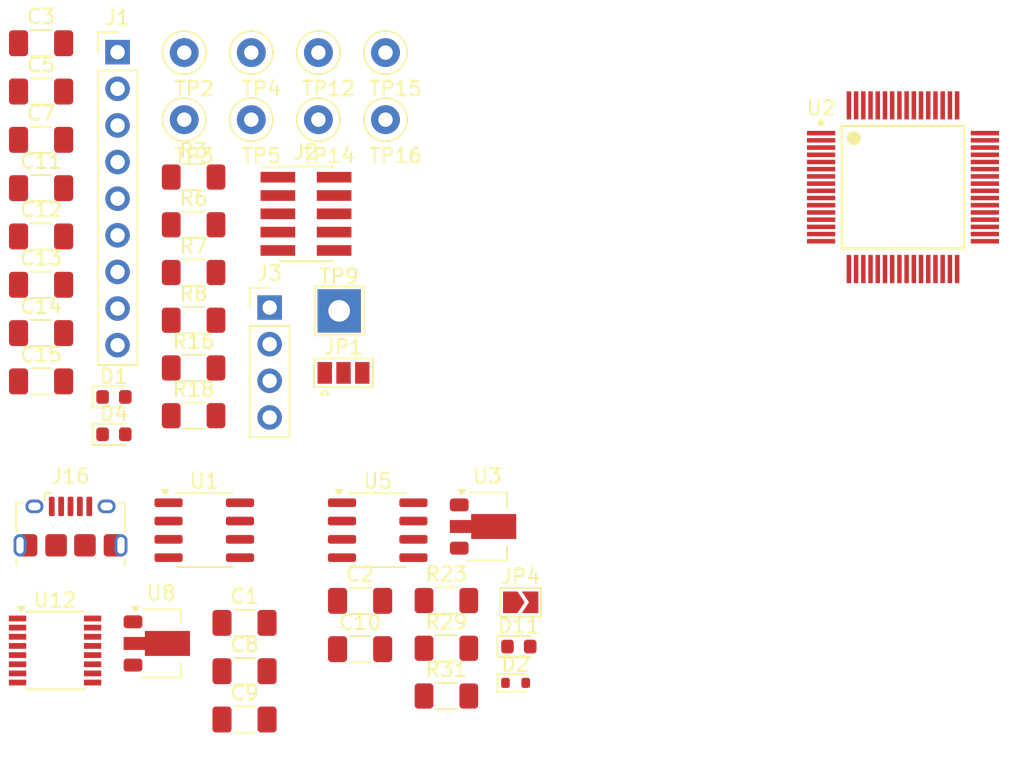
<source format=kicad_pcb>
(kicad_pcb (version 20241229) (generator "pcbnew") (generator_version "9.0")
  (layers (0 "F.Cu" signal) (2 "B.Cu" signal) (13 "F.Paste" user) (15 "B.Paste" user) (5 "F.SilkS" user "F.Silkscreen") (7 "B.SilkS" user "B.Silkscreen") (1 "F.Mask" user) (3 "B.Mask" user) (25 "Edge.Cuts" user))
  (net 0 "")
  (net 1 "Net-(J16-VBUS)")
  (net 2 "Net-(J16-GND)")
  (net 3 "Net-(JP4-A)")
  (net 4 "/GLV CAN TRX/-GLV")
  (net 5 "RST_N")
  (net 6 "GND")
  (net 7 "Net-(U2-VCORE)")
  (net 8 "VDD")
  (net 9 "Net-(U1-VCC1)")
  (net 10 "Net-(D2-K)")
  (net 11 "Net-(D1-A)")
  (net 12 "/GLV CAN TRX/CAN_VDD")
  (net 13 "Net-(D4-A)")
  (net 14 "Net-(D11-A)")
  (net 15 "/XDS_3v_supply")
  (net 16 "PA10_UART0-TX_XDS")
  (net 18 "PA19_SWDIO")
  (net 19 "PA20_SWCLK")
  (net 20 "PA11_UART0-RX_XDS")
  (net 21 "/XDS_5v_supply")
  (net 22 "/XDS_TDO_SWO")
  (net 23 "/XDS_TDI")
  (net 24 "/GLV CAN TRX/CAN_H")
  (net 25 "/GLV CAN TRX/CAN_L")
  (net 28 "Net-(J16-D-)")
  (net 35 "Net-(J16-D+)")
  (net 37 "onboard 3.3v src")
  (net 38 "/GLV CAN TRX/5v")
  (net 39 "PA14")
  (net 40 "Net-(U2-PA2_ROSC)")
  (net 41 "PA15_I2C1_SCL")
  (net 42 "PA16_I2C1_SDA")
  (net 43 "Net-(U10-STBY)")
  (net 44 "Net-(U10-TXD)")
  (net 45 "Net-(U2-PB12)")
  (net 46 "Net-(U1-INB)")
  (net 47 "Net-(U1-OUTA)")
  (net 48 "PA12_CAN_TX")
  (net 49 "PA13_CAN_RX")
  (net 50 "Net-(U10-RXD)")
  (net 61 "PA18")
  (net 79 "PA8_UART0-RTS")
  (net 80 "PA21_A1_7_VREF-")
  (net 88 "PA9_UART0-CTS")
  (footprint "Resistor_SMD:R_1206_3216Metric_Pad1.30x1.75mm_HandSolder" (layer "F.Cu") (at 64.905 73)
    (property "Reference" "R29" (at 0 -1.83 0) (layer "F.SilkS"))
    (property "Value" "4.99k")
    (fp_line (start -0.727064 -0.91) (end 0.727064 -0.91) (stroke (width 0.12)) (layer "F.SilkS"))
    (fp_line (start -0.727064 0.91) (end 0.727064 0.91) (stroke (width 0.12)) (layer "F.SilkS"))
    (pad "1" smd roundrect (at -1.55 0) (size 1.3 1.75) (layers "F.Cu" "F.Mask" "F.Paste") (roundrect_rratio 0.192308) (net 44 "Net-(U10-TXD)"))
    (pad "2" smd roundrect (at 1.55 0) (size 1.3 1.75) (layers "F.Cu" "F.Mask" "F.Paste") (roundrect_rratio 0.192308) (net 4 "/GLV CAN TRX/-GLV"))
  )
  (footprint "Capacitor_SMD:C_1206_3216Metric_Pad1.33x1.80mm_HandSolder" (layer "F.Cu") (at 50.915 71.24)
    (property "Reference" "C1" (at 0 -1.85 0) (layer "F.SilkS"))
    (property "Value" "10u")
    (fp_line (start -0.711252 -0.91) (end 0.711252 -0.91) (stroke (width 0.12)) (layer "F.SilkS"))
    (fp_line (start -0.711252 0.91) (end 0.711252 0.91) (stroke (width 0.12)) (layer "F.SilkS"))
    (pad "1" smd roundrect (at -1.5625 0) (size 1.325 1.8) (layers "F.Cu" "F.Mask" "F.Paste") (roundrect_rratio 0.188679) (net 1 "Net-(J16-VBUS)"))
    (pad "2" smd roundrect (at 1.5625 0) (size 1.325 1.8) (layers "F.Cu" "F.Mask" "F.Paste") (roundrect_rratio 0.188679) (net 2 "Net-(J16-GND)"))
  )
  (footprint "Resistor_SMD:R_1206_3216Metric_Pad1.30x1.75mm_HandSolder" (layer "F.Cu") (at 47.385 53.56)
    (property "Reference" "R16" (at 0 -1.83 0) (layer "F.SilkS"))
    (property "Value" "4.99k")
    (fp_line (start -0.727064 -0.91) (end 0.727064 -0.91) (stroke (width 0.12)) (layer "F.SilkS"))
    (fp_line (start -0.727064 0.91) (end 0.727064 0.91) (stroke (width 0.12)) (layer "F.SilkS"))
    (pad "1" smd roundrect (at -1.55 0) (size 1.3 1.75) (layers "F.Cu" "F.Mask" "F.Paste") (roundrect_rratio 0.192308) (net 41 "PA15_I2C1_SCL"))
    (pad "2" smd roundrect (at 1.55 0) (size 1.3 1.75) (layers "F.Cu" "F.Mask" "F.Paste") (roundrect_rratio 0.192308) (net 8 "VDD"))
  )
  (footprint "TestPoint:TestPoint_Loop_D2.50mm_Drill1.0mm_LowProfile" (layer "F.Cu") (at 60.685 31.69)
    (property "Reference" "TP15" (at 0.7 2.5 0) (layer "F.SilkS"))
    (property "Value" "TestPoint")
    (fp_circle (center 0 0) (end 1.5 0) (stroke (width 0.12)) (fill no) (layer "F.SilkS"))
    (pad "1" thru_hole circle (at 0 0) (size 2 2) (drill 1) (layers "*.Cu" "*.Mask") (net 6 "GND"))
  )
  (footprint "Jumper:SolderJumper-2_P1.3mm_Open_TrianglePad1.0x1.5mm" (layer "F.Cu") (at 70.055 69.81)
    (property "Reference" "JP4" (at 0 -1.8 0) (layer "F.SilkS"))
    (property "Value" "SolderJumper_2_Open")
    (fp_line (start -1.4 -1) (end 1.4 -1) (stroke (width 0.12)) (layer "F.SilkS"))
    (fp_line (start -1.4 1) (end -1.4 -1) (stroke (width 0.12)) (layer "F.SilkS"))
    (fp_line (start 1.4 -1) (end 1.4 1) (stroke (width 0.12)) (layer "F.SilkS"))
    (fp_line (start 1.4 1) (end -1.4 1) (stroke (width 0.12)) (layer "F.SilkS"))
    (pad "1" smd custom (at -0.725 0) (size 0.3 0.3) (layers "F.Cu" "F.Mask") (net 3 "Net-(JP4-A)") (options (clearance outline) (anchor rect)) (primitives (gr_poly (pts (xy 1 0) (xy 0.5 0.75) (xy -0.5 0.75) (xy -0.5 -0.75) (xy 0.5 -0.75)) (width 0) (fill yes))))
    (pad "2" smd custom (at 0.725 0) (size 0.3 0.3) (layers "F.Cu" "F.Mask") (net 38 "/GLV CAN TRX/5v") (options (clearance outline) (anchor rect)) (primitives (gr_poly (pts (xy 0.5 0.75) (xy -0.65 0.75) (xy -0.15 0) (xy -0.65 -0.75) (xy 0.5 -0.75)) (width 0) (fill yes))))
  )
  (footprint "Connector_PinHeader_1.27mm:PinHeader_2x05_P1.27mm_Vertical_SMD" (layer "F.Cu") (at 55.175 42.87)
    (property "Reference" "J2" (at 0 -4.285 0) (layer "F.SilkS"))
    (property "Value" "Conn_02x05_Odd_Even")
    (fp_line (start -3.09 -3.22) (end -1.815 -3.22) (stroke (width 0.12)) (layer "F.SilkS"))
    (fp_line (start -1.815 -3.285) (end -1.815 -3.22) (stroke (width 0.12)) (layer "F.SilkS"))
    (fp_line (start -1.815 -3.285) (end 1.815 -3.285) (stroke (width 0.12)) (layer "F.SilkS"))
    (fp_line (start -1.815 3.22) (end -1.815 3.285) (stroke (width 0.12)) (layer "F.SilkS"))
    (fp_line (start -1.815 3.285) (end 1.815 3.285) (stroke (width 0.12)) (layer "F.SilkS"))
    (fp_line (start 1.815 -3.285) (end 1.815 -3.22) (stroke (width 0.12)) (layer "F.SilkS"))
    (fp_line (start 1.815 3.22) (end 1.815 3.285) (stroke (width 0.12)) (layer "F.SilkS"))
    (pad "1" smd rect (at -1.95 -2.54) (size 2.4 0.74) (layers "F.Cu" "F.Mask" "F.Paste") (net 15 "/XDS_3v_supply"))
    (pad "2" smd rect (at 1.95 -2.54) (size 2.4 0.74) (layers "F.Cu" "F.Mask" "F.Paste") (net 18 "PA19_SWDIO"))
    (pad "3" smd rect (at -1.95 -1.27) (size 2.4 0.74) (layers "F.Cu" "F.Mask" "F.Paste") (net 6 "GND"))
    (pad "4" smd rect (at 1.95 -1.27) (size 2.4 0.74) (layers "F.Cu" "F.Mask" "F.Paste") (net 19 "PA20_SWCLK"))
    (pad "5" smd rect (at -1.95 0) (size 2.4 0.74) (layers "F.Cu" "F.Mask" "F.Paste") (net 6 "GND"))
    (pad "6" smd rect (at 1.95 0) (size 2.4 0.74) (layers "F.Cu" "F.Mask" "F.Paste") (net 22 "/XDS_TDO_SWO"))
    (pad "7" smd rect (at -1.95 1.27) (size 2.4 0.74) (layers "F.Cu" "F.Mask" "F.Paste") (net 6 "GND"))
    (pad "8" smd rect (at 1.95 1.27) (size 2.4 0.74) (layers "F.Cu" "F.Mask" "F.Paste") (net 23 "/XDS_TDI"))
    (pad "9" smd rect (at -1.95 2.54) (size 2.4 0.74) (layers "F.Cu" "F.Mask" "F.Paste") (net 6 "GND"))
    (pad "10" smd rect (at 1.95 2.54) (size 2.4 0.74) (layers "F.Cu" "F.Mask" "F.Paste") (net 5 "RST_N"))
  )
  (footprint "TestPoint:TestPoint_THTPad_3.0x3.0mm_Drill1.5mm" (layer "F.Cu") (at 57.475 49.6)
    (property "Reference" "TP9" (at 0 -2.398 0) (layer "F.SilkS"))
    (property "Value" "TestPoint")
    (fp_line (start -1.7 -1.7) (end 1.7 -1.7) (stroke (width 0.12)) (layer "F.SilkS"))
    (fp_line (start -1.7 1.7) (end -1.7 -1.7) (stroke (width 0.12)) (layer "F.SilkS"))
    (fp_line (start 1.7 -1.7) (end 1.7 1.7) (stroke (width 0.12)) (layer "F.SilkS"))
    (fp_line (start 1.7 1.7) (end -1.7 1.7) (stroke (width 0.12)) (layer "F.SilkS"))
    (pad "1" thru_hole rect (at 0 0) (size 3 3) (drill 1.5) (layers "*.Cu" "*.Mask") (net 6 "GND"))
  )
  (footprint "Diode_SMD:D_SOD-523" (layer "F.Cu") (at 69.7 75.4)
    (property "Reference" "D2" (at 0 -1.3 0) (layer "F.SilkS"))
    (property "Value" "1N4148WT")
    (fp_line (start -1.26 -0.6) (end -1.26 0.6) (stroke (width 0.12)) (layer "F.SilkS"))
    (fp_line (start 0.7 -0.6) (end -1.26 -0.6) (stroke (width 0.12)) (layer "F.SilkS"))
    (fp_line (start 0.7 0.6) (end -1.26 0.6) (stroke (width 0.12)) (layer "F.SilkS"))
    (pad "1" smd roundrect (at -0.7 0 180) (size 0.6 0.7) (layers "F.Cu" "F.Mask" "F.Paste") (net 10 "Net-(D2-K)"))
    (pad "2" smd roundrect (at 0.7 0 180) (size 0.6 0.7) (layers "F.Cu" "F.Mask" "F.Paste") (net 12 "/GLV CAN TRX/CAN_VDD"))
  )
  (footprint "Resistor_SMD:R_1206_3216Metric_Pad1.30x1.75mm_HandSolder" (layer "F.Cu") (at 47.385 46.94)
    (property "Reference" "R7" (at 0 -1.83 0) (layer "F.SilkS"))
    (property "Value" "49.9k")
    (fp_line (start -0.727064 -0.91) (end 0.727064 -0.91) (stroke (width 0.12)) (layer "F.SilkS"))
    (fp_line (start -0.727064 0.91) (end 0.727064 0.91) (stroke (width 0.12)) (layer "F.SilkS"))
    (pad "1" smd roundrect (at -1.55 0) (size 1.3 1.75) (layers "F.Cu" "F.Mask" "F.Paste") (roundrect_rratio 0.192308) (net 8 "VDD"))
    (pad "2" smd roundrect (at 1.55 0) (size 1.3 1.75) (layers "F.Cu" "F.Mask" "F.Paste") (roundrect_rratio 0.192308) (net 5 "RST_N"))
  )
  (footprint "Capacitor_SMD:C_1206_3216Metric_Pad1.33x1.80mm_HandSolder" (layer "F.Cu") (at 50.915 77.94)
    (property "Reference" "C9" (at 0 -1.85 0) (layer "F.SilkS"))
    (property "Value" "220n")
    (fp_line (start -0.711252 -0.91) (end 0.711252 -0.91) (stroke (width 0.12)) (layer "F.SilkS"))
    (fp_line (start -0.711252 0.91) (end 0.711252 0.91) (stroke (width 0.12)) (layer "F.SilkS"))
    (pad "1" smd roundrect (at -1.5625 0) (size 1.325 1.8) (layers "F.Cu" "F.Mask" "F.Paste") (roundrect_rratio 0.188679) (net 9 "Net-(U1-VCC1)"))
    (pad "2" smd roundrect (at 1.5625 0) (size 1.325 1.8) (layers "F.Cu" "F.Mask" "F.Paste") (roundrect_rratio 0.188679) (net 2 "Net-(J16-GND)"))
  )
  (footprint "Package_SO:SOIC-8_3.9x4.9mm_P1.27mm" (layer "F.Cu") (at 48.125 64.81)
    (property "Reference" "U1" (at 0 -3.4 0) (layer "F.SilkS"))
    (property "Value" "ISO7721D")
    (fp_line (start 0 -2.56) (end -1.95 -2.56) (stroke (width 0.12)) (layer "F.SilkS"))
    (fp_line (start 0 -2.56) (end 1.95 -2.56) (stroke (width 0.12)) (layer "F.SilkS"))
    (fp_line (start 0 2.56) (end -1.95 2.56) (stroke (width 0.12)) (layer "F.SilkS"))
    (fp_line (start 0 2.56) (end 1.95 2.56) (stroke (width 0.12)) (layer "F.SilkS"))
    (fp_poly (pts (xy -2.7 -2.465) (xy -2.94 -2.795) (xy -2.46 -2.795)) (stroke (width 0.12)) (fill yes) (layer "F.SilkS"))
    (pad "1" smd roundrect (at -2.475 -1.905) (size 1.95 0.6) (layers "F.Cu" "F.Mask" "F.Paste") (net 9 "Net-(U1-VCC1)"))
    (pad "2" smd roundrect (at -2.475 -0.635) (size 1.95 0.6) (layers "F.Cu" "F.Mask" "F.Paste") (net 47 "Net-(U1-OUTA)"))
    (pad "3" smd roundrect (at -2.475 0.635) (size 1.95 0.6) (layers "F.Cu" "F.Mask" "F.Paste") (net 46 "Net-(U1-INB)"))
    (pad "4" smd roundrect (at -2.475 1.905) (size 1.95 0.6) (layers "F.Cu" "F.Mask" "F.Paste") (net 2 "Net-(J16-GND)"))
    (pad "5" smd roundrect (at 2.475 1.905) (size 1.95 0.6) (layers "F.Cu" "F.Mask" "F.Paste") (net 6 "GND"))
    (pad "6" smd roundrect (at 2.475 0.635) (size 1.95 0.6) (layers "F.Cu" "F.Mask" "F.Paste") (net 20 "PA11_UART0-RX_XDS"))
    (pad "7" smd roundrect (at 2.475 -0.635) (size 1.95 0.6) (layers "F.Cu" "F.Mask" "F.Paste") (net 16 "PA10_UART0-TX_XDS"))
    (pad "8" smd roundrect (at 2.475 -1.905) (size 1.95 0.6) (layers "F.Cu" "F.Mask" "F.Paste") (net 8 "VDD"))
  )
  (footprint "Resistor_SMD:R_1206_3216Metric_Pad1.30x1.75mm_HandSolder" (layer "F.Cu") (at 47.385 50.25)
    (property "Reference" "R8" (at 0 -1.83 0) (layer "F.SilkS"))
    (property "Value" "100k")
    (fp_line (start -0.727064 -0.91) (end 0.727064 -0.91) (stroke (width 0.12)) (layer "F.SilkS"))
    (fp_line (start -0.727064 0.91) (end 0.727064 0.91) (stroke (width 0.12)) (layer "F.SilkS"))
    (pad "1" smd roundrect (at -1.55 0) (size 1.3 1.75) (layers "F.Cu" "F.Mask" "F.Paste") (roundrect_rratio 0.192308) (net 6 "GND"))
    (pad "2" smd roundrect (at 1.55 0) (size 1.3 1.75) (layers "F.Cu" "F.Mask" "F.Paste") (roundrect_rratio 0.192308) (net 40 "Net-(U2-PA2_ROSC)"))
  )
  (footprint "Capacitor_SMD:C_1206_3216Metric_Pad1.33x1.80mm_HandSolder" (layer "F.Cu") (at 36.815 44.44)
    (property "Reference" "C12" (at 0 -1.85 0) (layer "F.SilkS"))
    (property "Value" "220n")
    (fp_line (start -0.711252 -0.91) (end 0.711252 -0.91) (stroke (width 0.12)) (layer "F.SilkS"))
    (fp_line (start -0.711252 0.91) (end 0.711252 0.91) (stroke (width 0.12)) (layer "F.SilkS"))
    (pad "1" smd roundrect (at -1.5625 0) (size 1.325 1.8) (layers "F.Cu" "F.Mask" "F.Paste") (roundrect_rratio 0.188679) (net 8 "VDD"))
    (pad "2" smd roundrect (at 1.5625 0) (size 1.325 1.8) (layers "F.Cu" "F.Mask" "F.Paste") (roundrect_rratio 0.188679) (net 6 "GND"))
  )
  (footprint "Capacitor_SMD:C_1206_3216Metric_Pad1.33x1.80mm_HandSolder" (layer "F.Cu") (at 36.815 54.49)
    (property "Reference" "C15" (at 0 -1.85 0) (layer "F.SilkS"))
    (property "Value" "100n")
    (fp_line (start -0.711252 -0.91) (end 0.711252 -0.91) (stroke (width 0.12)) (layer "F.SilkS"))
    (fp_line (start -0.711252 0.91) (end 0.711252 0.91) (stroke (width 0.12)) (layer "F.SilkS"))
    (pad "1" smd roundrect (at -1.5625 0) (size 1.325 1.8) (layers "F.Cu" "F.Mask" "F.Paste") (roundrect_rratio 0.188679) (net 8 "VDD"))
    (pad "2" smd roundrect (at 1.5625 0) (size 1.325 1.8) (layers "F.Cu" "F.Mask" "F.Paste") (roundrect_rratio 0.188679) (net 6 "GND"))
  )
  (footprint "Jumper:SolderJumper-3_P1.3mm_Open_Pad1.0x1.5mm" (layer "F.Cu") (at 57.775 53.9)
    (property "Reference" "JP1" (at 0 -1.8 0) (layer "F.SilkS"))
    (property "Value" "SolderJumper_3_Open")
    (fp_line (start -2.05 -1) (end 2.05 -1) (stroke (width 0.12)) (layer "F.SilkS"))
    (fp_line (start -2.05 1) (end -2.05 -1) (stroke (width 0.12)) (layer "F.SilkS"))
    (fp_line (start -1.6 1.5) (end -1 1.5) (stroke (width 0.12)) (layer "F.SilkS"))
    (fp_line (start -1.3 1.2) (end -1.6 1.5) (stroke (width 0.12)) (layer "F.SilkS"))
    (fp_line (start -1.3 1.2) (end -1 1.5) (stroke (width 0.12)) (layer "F.SilkS"))
    (fp_line (start 2.05 -1) (end 2.05 1) (stroke (width 0.12)) (layer "F.SilkS"))
    (fp_line (start 2.05 1) (end -2.05 1) (stroke (width 0.12)) (layer "F.SilkS"))
    (pad "1" smd rect (at -1.3 0) (size 1 1.5) (layers "F.Cu" "F.Mask") (net 15 "/XDS_3v_supply"))
    (pad "2" smd rect (at 0 0) (size 1 1.5) (layers "F.Cu" "F.Mask") (net 8 "VDD"))
    (pad "3" smd rect (at 1.3 0) (size 1 1.5) (layers "F.Cu" "F.Mask") (net 37 "onboard 3.3v src"))
  )
  (footprint "Capacitor_SMD:C_1206_3216Metric_Pad1.33x1.80mm_HandSolder" (layer "F.Cu") (at 36.815 47.79)
    (property "Reference" "C13" (at 0 -1.85 0) (layer "F.SilkS"))
    (property "Value" "220n")
    (fp_line (start -0.711252 -0.91) (end 0.711252 -0.91) (stroke (width 0.12)) (layer "F.SilkS"))
    (fp_line (start -0.711252 0.91) (end 0.711252 0.91) (stroke (width 0.12)) (layer "F.SilkS"))
    (pad "1" smd roundrect (at -1.5625 0) (size 1.325 1.8) (layers "F.Cu" "F.Mask" "F.Paste") (roundrect_rratio 0.188679) (net 8 "VDD"))
    (pad "2" smd roundrect (at 1.5625 0) (size 1.325 1.8) (layers "F.Cu" "F.Mask" "F.Paste") (roundrect_rratio 0.188679) (net 6 "GND"))
  )
  (footprint "Capacitor_SMD:C_1206_3216Metric_Pad1.33x1.80mm_HandSolder" (layer "F.Cu") (at 58.925 73.06)
    (property "Reference" "C10" (at 0 -1.85 0) (layer "F.SilkS"))
    (property "Value" "10u")
    (fp_line (start -0.711252 -0.91) (end 0.711252 -0.91) (stroke (width 0.12)) (layer "F.SilkS"))
    (fp_line (start -0.711252 0.91) (end 0.711252 0.91) (stroke (width 0.12)) (layer "F.SilkS"))
    (pad "1" smd roundrect (at -1.5625 0) (size 1.325 1.8) (layers "F.Cu" "F.Mask" "F.Paste") (roundrect_rratio 0.188679) (net 10 "Net-(D2-K)"))
    (pad "2" smd roundrect (at 1.5625 0) (size 1.325 1.8) (layers "F.Cu" "F.Mask" "F.Paste") (roundrect_rratio 0.188679) (net 4 "/GLV CAN TRX/-GLV"))
  )
  (footprint "Connector_PinHeader_2.54mm:PinHeader_1x09_P2.54mm_Vertical" (layer "F.Cu") (at 42.115 31.66)
    (property "Reference" "J1" (at 0 -2.38 0) (layer "F.SilkS"))
    (property "Value" "Conn_01x09_Socket")
    (fp_line (start -1.38 -1.38) (end 0 -1.38) (stroke (width 0.12)) (layer "F.SilkS"))
    (fp_line (start -1.38 0) (end -1.38 -1.38) (stroke (width 0.12)) (layer "F.SilkS"))
    (fp_line (start -1.38 1.27) (end -1.38 21.7) (stroke (width 0.12)) (layer "F.SilkS"))
    (fp_line (start -1.38 1.27) (end 1.38 1.27) (stroke (width 0.12)) (layer "F.SilkS"))
    (fp_line (start -1.38 21.7) (end 1.38 21.7) (stroke (width 0.12)) (layer "F.SilkS"))
    (fp_line (start 1.38 1.27) (end 1.38 21.7) (stroke (width 0.12)) (layer "F.SilkS"))
    (pad "1" thru_hole rect (at 0 0) (size 1.7 1.7) (drill 1) (layers "*.Cu" "*.Mask") (net 6 "GND"))
    (pad "2" thru_hole circle (at 0 2.54) (size 1.7 1.7) (drill 1) (layers "*.Cu" "*.Mask") (net 21 "/XDS_5v_supply"))
    (pad "3" thru_hole circle (at 0 5.08) (size 1.7 1.7) (drill 1) (layers "*.Cu" "*.Mask") (net 15 "/XDS_3v_supply"))
    (pad "4" thru_hole circle (at 0 7.62) (size 1.7 1.7) (drill 1) (layers "*.Cu" "*.Mask") (net 20 "PA11_UART0-RX_XDS"))
    (pad "5" thru_hole circle (at 0 10.16) (size 1.7 1.7) (drill 1) (layers "*.Cu" "*.Mask") (net 16 "PA10_UART0-TX_XDS"))
    (pad "6" thru_hole circle (at 0 12.7) (size 1.7 1.7) (drill 1) (layers "*.Cu" "*.Mask") (net 5 "RST_N"))
    (pad "7" thru_hole circle (at 0 15.24) (size 1.7 1.7) (drill 1) (layers "*.Cu" "*.Mask") (net 18 "PA19_SWDIO"))
    (pad "8" thru_hole circle (at 0 17.78) (size 1.7 1.7) (drill 1) (layers "*.Cu" "*.Mask") (net 19 "PA20_SWCLK"))
    (pad "9" thru_hole circle (at 0 20.32) (size 1.7 1.7) (drill 1) (layers "*.Cu" "*.Mask"))
  )
  (footprint "Package_SO:SSOP-16_3.9x4.9mm_P0.635mm" (layer "F.Cu") (at 37.785 73.155)
    (property "Reference" "U12" (at 0 -3.5 0) (layer "F.SilkS"))
    (property "Value" "FT230XS")
    (fp_line (start -2 -2.7) (end 2 -2.7) (stroke (width 0.15)) (layer "F.SilkS"))
    (fp_line (start -2 2.7) (end 2 2.7) (stroke (width 0.15)) (layer "F.SilkS"))
    (fp_poly (pts (xy -2.35 -2.7) (xy -2.59 -3.03) (xy -2.11 -3.03) (xy -2.35 -2.7)) (stroke (width 0.12)) (fill yes) (layer "F.SilkS"))
    (pad "1" smd rect (at -2.6 -2.2225) (size 1.2 0.4) (layers "F.Cu" "F.Mask" "F.Paste") (net 46 "Net-(U1-INB)"))
    (pad "2" smd rect (at -2.6 -1.5875) (size 1.2 0.4) (layers "F.Cu" "F.Mask" "F.Paste"))
    (pad "3" smd rect (at -2.6 -0.9525) (size 1.2 0.4) (layers "F.Cu" "F.Mask" "F.Paste") (net 9 "Net-(U1-VCC1)"))
    (pad "4" smd rect (at -2.6 -0.3175) (size 1.2 0.4) (layers "F.Cu" "F.Mask" "F.Paste") (net 47 "Net-(U1-OUTA)"))
    (pad "5" smd rect (at -2.6 0.3175) (size 1.2 0.4) (layers "F.Cu" "F.Mask" "F.Paste") (net 2 "Net-(J16-GND)"))
    (pad "6" smd rect (at -2.6 0.9525) (size 1.2 0.4) (layers "F.Cu" "F.Mask" "F.Paste"))
    (pad "7" smd rect (at -2.6 1.5875) (size 1.2 0.4) (layers "F.Cu" "F.Mask" "F.Paste"))
    (pad "8" smd rect (at -2.6 2.2225) (size 1.2 0.4) (layers "F.Cu" "F.Mask" "F.Paste") (net 35 "Net-(J16-D+)"))
    (pad "9" smd rect (at 2.6 2.2225) (size 1.2 0.4) (layers "F.Cu" "F.Mask" "F.Paste") (net 28 "Net-(J16-D-)"))
    (pad "10" smd rect (at 2.6 1.5875) (size 1.2 0.4) (layers "F.Cu" "F.Mask" "F.Paste"))
    (pad "11" smd rect (at 2.6 0.9525) (size 1.2 0.4) (layers "F.Cu" "F.Mask" "F.Paste"))
    (pad "12" smd rect (at 2.6 0.3175) (size 1.2 0.4) (layers "F.Cu" "F.Mask" "F.Paste") (net 9 "Net-(U1-VCC1)"))
    (pad "13" smd rect (at 2.6 -0.3175) (size 1.2 0.4) (layers "F.Cu" "F.Mask" "F.Paste") (net 2 "Net-(J16-GND)"))
    (pad "14" smd rect (at 2.6 -0.9525) (size 1.2 0.4) (layers "F.Cu" "F.Mask" "F.Paste"))
    (pad "15" smd rect (at 2.6 -1.5875) (size 1.2 0.4) (layers "F.Cu" "F.Mask" "F.Paste"))
    (pad "16" smd rect (at 2.6 -2.2225) (size 1.2 0.4) (layers "F.Cu" "F.Mask" "F.Paste"))
  )
  (footprint "TestPoint:TestPoint_Loop_D2.50mm_Drill1.0mm_LowProfile" (layer "F.Cu") (at 56.035 36.34)
    (property "Reference" "TP14" (at 0.7 2.5 0) (layer "F.SilkS"))
    (property "Value" "TestPoint")
    (fp_circle (center 0 0) (end 1.5 0) (stroke (width 0.12)) (fill no) (layer "F.SilkS"))
    (pad "1" thru_hole circle (at 0 0) (size 2 2) (drill 1) (layers "*.Cu" "*.Mask") (net 6 "GND"))
  )
  (footprint "Capacitor_SMD:C_1206_3216Metric_Pad1.33x1.80mm_HandSolder" (layer "F.Cu") (at 58.925 69.71)
    (property "Reference" "C2" (at 0 -1.85 0) (layer "F.SilkS"))
    (property "Value" "10u")
    (fp_line (start -0.711252 -0.91) (end 0.711252 -0.91) (stroke (width 0.12)) (layer "F.SilkS"))
    (fp_line (start -0.711252 0.91) (end 0.711252 0.91) (stroke (width 0.12)) (layer "F.SilkS"))
    (pad "1" smd roundrect (at -1.5625 0) (size 1.325 1.8) (layers "F.Cu" "F.Mask" "F.Paste") (roundrect_rratio 0.188679) (net 3 "Net-(JP4-A)"))
    (pad "2" smd roundrect (at 1.5625 0) (size 1.325 1.8) (layers "F.Cu" "F.Mask" "F.Paste") (roundrect_rratio 0.188679) (net 4 "/GLV CAN TRX/-GLV"))
  )
  (footprint "Connector_PinHeader_2.54mm:PinHeader_1x04_P2.54mm_Vertical" (layer "F.Cu") (at 52.655 49.37)
    (property "Reference" "J3" (at 0 -2.38 0) (layer "F.SilkS"))
    (property "Value" "Conn_01x04_Pin")
    (fp_line (start -1.38 -1.38) (end 0 -1.38) (stroke (width 0.12)) (layer "F.SilkS"))
    (fp_line (start -1.38 0) (end -1.38 -1.38) (stroke (width 0.12)) (layer "F.SilkS"))
    (fp_line (start -1.38 1.27) (end -1.38 9) (stroke (width 0.12)) (layer "F.SilkS"))
    (fp_line (start -1.38 1.27) (end 1.38 1.27) (stroke (width 0.12)) (layer "F.SilkS"))
    (fp_line (start -1.38 9) (end 1.38 9) (stroke (width 0.12)) (layer "F.SilkS"))
    (fp_line (start 1.38 1.27) (end 1.38 9) (stroke (width 0.12)) (layer "F.SilkS"))
    (pad "1" thru_hole rect (at 0 0) (size 1.7 1.7) (drill 1) (layers "*.Cu" "*.Mask") (net 25 "/GLV CAN TRX/CAN_L"))
    (pad "2" thru_hole circle (at 0 2.54) (size 1.7 1.7) (drill 1) (layers "*.Cu" "*.Mask") (net 24 "/GLV CAN TRX/CAN_H"))
    (pad "3" thru_hole circle (at 0 5.08) (size 1.7 1.7) (drill 1) (layers "*.Cu" "*.Mask") (net 4 "/GLV CAN TRX/-GLV"))
    (pad "4" thru_hole circle (at 0 7.62) (size 1.7 1.7) (drill 1) (layers "*.Cu" "*.Mask") (net 12 "/GLV CAN TRX/CAN_VDD"))
  )
  (footprint "Resistor_SMD:R_1206_3216Metric_Pad1.30x1.75mm_HandSolder" (layer "F.Cu") (at 64.905 76.31)
    (property "Reference" "R31" (at 0 -1.83 0) (layer "F.SilkS"))
    (property "Value" "750")
    (fp_line (start -0.727064 -0.91) (end 0.727064 -0.91) (stroke (width 0.12)) (layer "F.SilkS"))
    (fp_line (start -0.727064 0.91) (end 0.727064 0.91) (stroke (width 0.12)) (layer "F.SilkS"))
    (pad "1" smd roundrect (at -1.55 0) (size 1.3 1.75) (layers "F.Cu" "F.Mask" "F.Paste") (roundrect_rratio 0.192308) (net 3 "Net-(JP4-A)"))
    (pad "2" smd roundrect (at 1.55 0) (size 1.3 1.75) (layers "F.Cu" "F.Mask" "F.Paste") (roundrect_rratio 0.192308) (net 14 "Net-(D11-A)"))
  )
  (footprint "Resistor_SMD:R_1206_3216Metric_Pad1.30x1.75mm_HandSolder" (layer "F.Cu") (at 64.905 69.69)
    (property "Reference" "R23" (at 0 -1.83 0) (layer "F.SilkS"))
    (property "Value" "49.9k")
    (fp_line (start -0.727064 -0.91) (end 0.727064 -0.91) (stroke (width 0.12)) (layer "F.SilkS"))
    (fp_line (start -0.727064 0.91) (end 0.727064 0.91) (stroke (width 0.12)) (layer "F.SilkS"))
    (pad "1" smd roundrect (at -1.55 0) (size 1.3 1.75) (layers "F.Cu" "F.Mask" "F.Paste") (roundrect_rratio 0.192308) (net 4 "/GLV CAN TRX/-GLV"))
    (pad "2" smd roundrect (at 1.55 0) (size 1.3 1.75) (layers "F.Cu" "F.Mask" "F.Paste") (roundrect_rratio 0.192308) (net 43 "Net-(U10-STBY)"))
  )
  (footprint "Package_SO:SOIC-8_3.9x4.9mm_P1.27mm" (layer "F.Cu") (at 60.145 64.81)
    (property "Reference" "U5" (at 0 -3.4 0) (layer "F.SilkS"))
    (property "Value" "ISO7721D")
    (fp_line (start 0 -2.56) (end -1.95 -2.56) (stroke (width 0.12)) (layer "F.SilkS"))
    (fp_line (start 0 -2.56) (end 1.95 -2.56) (stroke (width 0.12)) (layer "F.SilkS"))
    (fp_line (start 0 2.56) (end -1.95 2.56) (stroke (width 0.12)) (layer "F.SilkS"))
    (fp_line (start 0 2.56) (end 1.95 2.56) (stroke (width 0.12)) (layer "F.SilkS"))
    (fp_poly (pts (xy -2.7 -2.465) (xy -2.94 -2.795) (xy -2.46 -2.795)) (stroke (width 0.12)) (fill yes) (layer "F.SilkS"))
    (pad "1" smd roundrect (at -2.475 -1.905) (size 1.95 0.6) (layers "F.Cu" "F.Mask" "F.Paste") (net 38 "/GLV CAN TRX/5v"))
    (pad "2" smd roundrect (at -2.475 -0.635) (size 1.95 0.6) (layers "F.Cu" "F.Mask" "F.Paste") (net 44 "Net-(U10-TXD)"))
    (pad "3" smd roundrect (at -2.475 0.635) (size 1.95 0.6) (layers "F.Cu" "F.Mask" "F.Paste") (net 50 "Net-(U10-RXD)"))
    (pad "4" smd roundrect (at -2.475 1.905) (size 1.95 0.6) (layers "F.Cu" "F.Mask" "F.Paste") (net 4 "/GLV CAN TRX/-GLV"))
    (pad "5" smd roundrect (at 2.475 1.905) (size 1.95 0.6) (layers "F.Cu" "F.Mask" "F.Paste") (net 6 "GND"))
    (pad "6" smd roundrect (at 2.475 0.635) (size 1.95 0.6) (layers "F.Cu" "F.Mask" "F.Paste") (net 49 "PA13_CAN_RX"))
    (pad "7" smd roundrect (at 2.475 -0.635) (size 1.95 0.6) (layers "F.Cu" "F.Mask" "F.Paste") (net 48 "PA12_CAN_TX"))
    (pad "8" smd roundrect (at 2.475 -1.905) (size 1.95 0.6) (layers "F.Cu" "F.Mask" "F.Paste") (net 8 "VDD"))
  )
  (footprint "LED_SMD:LED_0603_1608Metric" (layer "F.Cu") (at 69.925 72.88)
    (property "Reference" "D11" (at 0 -1.43 0) (layer "F.SilkS"))
    (property "Value" "LED")
    (fp_line (start -1.485 -0.735) (end -1.485 0.735) (stroke (width 0.12)) (layer "F.SilkS"))
    (fp_line (start -1.485 0.735) (end 0.8 0.735) (stroke (width 0.12)) (layer "F.SilkS"))
    (fp_line (start 0.8 -0.735) (end -1.485 -0.735) (stroke (width 0.12)) (layer "F.SilkS"))
    (pad "1" smd roundrect (at -0.7875 0) (size 0.875 0.95) (layers "F.Cu" "F.Mask" "F.Paste") (net 4 "/GLV CAN TRX/-GLV"))
    (pad "2" smd roundrect (at 0.7875 0) (size 0.875 0.95) (layers "F.Cu" "F.Mask" "F.Paste") (net 14 "Net-(D11-A)"))
  )
  (footprint "TestPoint:TestPoint_Loop_D2.50mm_Drill1.0mm_LowProfile" (layer "F.Cu") (at 56.035 31.69)
    (property "Reference" "TP12" (at 0.7 2.5 0) (layer "F.SilkS"))
    (property "Value" "TestPoint")
    (fp_circle (center 0 0) (end 1.5 0) (stroke (width 0.12)) (fill no) (layer "F.SilkS"))
    (pad "1" thru_hole circle (at 0 0) (size 2 2) (drill 1) (layers "*.Cu" "*.Mask") (net 37 "onboard 3.3v src"))
  )
  (footprint "TestPoint:TestPoint_Loop_D2.50mm_Drill1.0mm_LowProfile" (layer "F.Cu") (at 51.385 31.69)
    (property "Reference" "TP4" (at 0.7 2.5 0) (layer "F.SilkS"))
    (property "Value" "TestPoint")
    (fp_circle (center 0 0) (end 1.5 0) (stroke (width 0.12)) (fill no) (layer "F.SilkS"))
    (pad "1" thru_hole circle (at 0 0) (size 2 2) (drill 1) (layers "*.Cu" "*.Mask") (net 8 "VDD"))
  )
  (footprint "Resistor_SMD:R_1206_3216Metric_Pad1.30x1.75mm_HandSolder" (layer "F.Cu") (at 47.385 40.32)
    (property "Reference" "R3" (at 0 -1.83 0) (layer "F.SilkS"))
    (property "Value" "750")
    (fp_line (start -0.727064 -0.91) (end 0.727064 -0.91) (stroke (width 0.12)) (layer "F.SilkS"))
    (fp_line (start -0.727064 0.91) (end 0.727064 0.91) (stroke (width 0.12)) (layer "F.SilkS"))
    (pad "1" smd roundrect (at -1.55 0) (size 1.3 1.75) (layers "F.Cu" "F.Mask" "F.Paste") (roundrect_rratio 0.192308) (net 39 "PA14"))
    (pad "2" smd roundrect (at 1.55 0) (size 1.3 1.75) (layers "F.Cu" "F.Mask" "F.Paste") (roundrect_rratio 0.192308) (net 13 "Net-(D4-A)"))
  )
  (footprint "Resistor_SMD:R_1206_3216Metric_Pad1.30x1.75mm_HandSolder" (layer "F.Cu") (at 47.385 43.63)
    (property "Reference" "R6" (at 0 -1.83 0) (layer "F.SilkS"))
    (property "Value" "750")
    (fp_line (start -0.727064 -0.91) (end 0.727064 -0.91) (stroke (width 0.12)) (layer "F.SilkS"))
    (fp_line (start -0.727064 0.91) (end 0.727064 0.91) (stroke (width 0.12)) (layer "F.SilkS"))
    (pad "1" smd roundrect (at -1.55 0) (size 1.3 1.75) (layers "F.Cu" "F.Mask" "F.Paste") (roundrect_rratio 0.192308) (net 11 "Net-(D1-A)"))
    (pad "2" smd roundrect (at 1.55 0) (size 1.3 1.75) (layers "F.Cu" "F.Mask" "F.Paste") (roundrect_rratio 0.192308) (net 8 "VDD"))
  )
  (footprint "TestPoint:TestPoint_Loop_D2.50mm_Drill1.0mm_LowProfile" (layer "F.Cu") (at 60.685 36.34)
    (property "Reference" "TP16" (at 0.7 2.5 0) (layer "F.SilkS"))
    (property "Value" "TestPoint")
    (fp_circle (center 0 0) (end 1.5 0) (stroke (width 0.12)) (fill no) (layer "F.SilkS"))
    (pad "1" thru_hole circle (at 0 0) (size 2 2) (drill 1) (layers "*.Cu" "*.Mask") (net 6 "GND"))
  )
  (footprint "Capacitor_SMD:C_1206_3216Metric_Pad1.33x1.80mm_HandSolder" (layer "F.Cu") (at 36.815 37.74)
    (property "Reference" "C7" (at 0 -1.85 0) (layer "F.SilkS"))
    (property "Value" "220n")
    (fp_line (start -0.711252 -0.91) (end 0.711252 -0.91) (stroke (width 0.12)) (layer "F.SilkS"))
    (fp_line (start -0.711252 0.91) (end 0.711252 0.91) (stroke (width 0.12)) (layer "F.SilkS"))
    (pad "1" smd roundrect (at -1.5625 0) (size 1.325 1.8) (layers "F.Cu" "F.Mask" "F.Paste") (roundrect_rratio 0.188679) (net 8 "VDD"))
    (pad "2" smd roundrect (at 1.5625 0) (size 1.325 1.8) (layers "F.Cu" "F.Mask" "F.Paste") (roundrect_rratio 0.188679) (net 6 "GND"))
  )
  (footprint "LED_SMD:LED_0603_1608Metric" (layer "F.Cu") (at 41.865 55.57)
    (property "Reference" "D1" (at 0 -1.43 0) (layer "F.SilkS"))
    (property "Value" "LED")
    (fp_line (start -1.485 -0.735) (end -1.485 0.735) (stroke (width 0.12)) (layer "F.SilkS"))
    (fp_line (start -1.485 0.735) (end 0.8 0.735) (stroke (width 0.12)) (layer "F.SilkS"))
    (fp_line (start 0.8 -0.735) (end -1.485 -0.735) (stroke (width 0.12)) (layer "F.SilkS"))
    (pad "1" smd roundrect (at -0.7875 0) (size 0.875 0.95) (layers "F.Cu" "F.Mask" "F.Paste") (net 6 "GND"))
    (pad "2" smd roundrect (at 0.7875 0) (size 0.875 0.95) (layers "F.Cu" "F.Mask" "F.Paste") (net 11 "Net-(D1-A)"))
  )
  (footprint "TestPoint:TestPoint_Loop_D2.50mm_Drill1.0mm_LowProfile" (layer "F.Cu") (at 46.735 31.69)
    (property "Reference" "TP2" (at 0.7 2.5 0) (layer "F.SilkS"))
    (property "Value" "TestPoint")
    (fp_circle (center 0 0) (end 1.5 0) (stroke (width 0.12)) (fill no) (layer "F.SilkS"))
    (pad "1" thru_hole circle (at 0 0) (size 2 2) (drill 1) (layers "*.Cu" "*.Mask") (net 45 "Net-(U2-PB12)"))
  )
  (footprint "LED_SMD:LED_0603_1608Metric" (layer "F.Cu") (at 41.865 58.16)
    (property "Reference" "D4" (at 0 -1.43 0) (layer "F.SilkS"))
    (property "Value" "LED")
    (fp_line (start -1.485 -0.735) (end -1.485 0.735) (stroke (width 0.12)) (layer "F.SilkS"))
    (fp_line (start -1.485 0.735) (end 0.8 0.735) (stroke (width 0.12)) (layer "F.SilkS"))
    (fp_line (start 0.8 -0.735) (end -1.485 -0.735) (stroke (width 0.12)) (layer "F.SilkS"))
    (pad "1" smd roundrect (at -0.7875 0) (size 0.875 0.95) (layers "F.Cu" "F.Mask" "F.Paste") (net 6 "GND"))
    (pad "2" smd roundrect (at 0.7875 0) (size 0.875 0.95) (layers "F.Cu" "F.Mask" "F.Paste") (net 13 "Net-(D4-A)"))
  )
  (footprint "Capacitor_SMD:C_1206_3216Metric_Pad1.33x1.80mm_HandSolder" (layer "F.Cu") (at 36.815 41.09)
    (property "Reference" "C11" (at 0 -1.85 0) (layer "F.SilkS"))
    (property "Value" "220n")
    (fp_line (start -0.711252 -0.91) (end 0.711252 -0.91) (stroke (width 0.12)) (layer "F.SilkS"))
    (fp_line (start -0.711252 0.91) (end 0.711252 0.91) (stroke (width 0.12)) (layer "F.SilkS"))
    (pad "1" smd roundrect (at -1.5625 0) (size 1.325 1.8) (layers "F.Cu" "F.Mask" "F.Paste") (roundrect_rratio 0.188679) (net 7 "Net-(U2-VCORE)"))
    (pad "2" smd roundrect (at 1.5625 0) (size 1.325 1.8) (layers "F.Cu" "F.Mask" "F.Paste") (roundrect_rratio 0.188679) (net 6 "GND"))
  )
  (footprint "Capacitor_SMD:C_1206_3216Metric_Pad1.33x1.80mm_HandSolder" (layer "F.Cu") (at 36.815 31.04)
    (property "Reference" "C3" (at 0 -1.85 0) (layer "F.SilkS"))
    (property "Value" "100n")
    (fp_line (start -0.711252 -0.91) (end 0.711252 -0.91) (stroke (width 0.12)) (layer "F.SilkS"))
    (fp_line (start -0.711252 0.91) (end 0.711252 0.91) (stroke (width 0.12)) (layer "F.SilkS"))
    (pad "1" smd roundrect (at -1.5625 0) (size 1.325 1.8) (layers "F.Cu" "F.Mask" "F.Paste") (roundrect_rratio 0.188679) (net 5 "RST_N"))
    (pad "2" smd roundrect (at 1.5625 0) (size 1.325 1.8) (layers "F.Cu" "F.Mask" "F.Paste") (roundrect_rratio 0.188679) (net 6 "GND"))
  )
  (footprint "Package_TO_SOT_SMD:SOT-89-3" (layer "F.Cu") (at 45.135 72.665)
    (property "Reference" "U8" (at 0 -3.5 0) (layer "F.SilkS"))
    (property "Value" "L78L05_SOT89")
    (fp_line (start -1.22 -2.36) (end 1.36 -2.36) (stroke (width 0.12)) (layer "F.SilkS"))
    (fp_line (start 1.36 -1.38) (end 1.36 -2.36) (stroke (width 0.12)) (layer "F.SilkS"))
    (fp_line (start 1.36 1.38) (end 1.36 2.36) (stroke (width 0.12)) (layer "F.SilkS"))
    (fp_line (start 1.36 2.36) (end -1.36 2.36) (stroke (width 0.12)) (layer "F.SilkS"))
    (fp_poly (pts (xy -1.77 -2.21) (xy -2.01 -2.54) (xy -1.53 -2.54) (xy -1.77 -2.21)) (stroke (width 0.12)) (fill yes) (layer "F.SilkS"))
    (pad "1" smd roundrect (at -1.95 -1.5) (size 1.3 0.9) (layers "F.Cu" "F.Mask" "F.Paste") (net 9 "Net-(U1-VCC1)"))
    (pad "2" smd custom (at -1.8625 0) (size 1.475 0.9) (layers "F.Cu" "F.Mask" "F.Paste") (net 2 "Net-(J16-GND)") (options (clearance outline) (anchor rect)) (primitives (gr_poly (pts (xy 3.8625 0.8665) (xy 0.7375 0.8665) (xy 0.7375 -0.8665) (xy 3.8625 -0.8665)) (width 0) (fill yes))))
    (pad "3" smd roundrect (at -1.95 1.5) (size 1.3 0.9) (layers "F.Cu" "F.Mask" "F.Paste") (net 1 "Net-(J16-VBUS)"))
  )
  (footprint "TestPoint:TestPoint_Loop_D2.50mm_Drill1.0mm_LowProfile" (layer "F.Cu") (at 46.735 36.34)
    (property "Reference" "TP3" (at 0.7 2.5 0) (layer "F.SilkS"))
    (property "Value" "TestPoint")
    (fp_circle (center 0 0) (end 1.5 0) (stroke (width 0.12)) (fill no) (layer "F.SilkS"))
    (pad "1" thru_hole circle (at 0 0) (size 2 2) (drill 1) (layers "*.Cu" "*.Mask") (net 7 "Net-(U2-VCORE)"))
  )
  (footprint "Connector_USB:USB_Micro-B_Amphenol_10118194-0001LF_Horizontal" (layer "F.Cu") (at 38.855 64.56)
    (property "Reference" "J16" (at 0 -3.5 0) (layer "F.SilkS"))
    (property "Value" "USB_B_Micro")
    (fp_line (start -3.76 -1.66) (end -3.34 -1.66) (stroke (width 0.12)) (layer "F.SilkS"))
    (fp_line (start -3.76 0.32) (end -3.76 -1.66) (stroke (width 0.12)) (layer "F.SilkS"))
    (fp_line (start -3.76 2.69) (end -3.76 2.29) (stroke (width 0.12)) (layer "F.SilkS"))
    (fp_line (start -1.76 -1.89) (end -1.76 -2.34) (stroke (width 0.12)) (layer "F.SilkS"))
    (fp_line (start -1.31 -2.34) (end -1.76 -2.34) (stroke (width 0.12)) (layer "F.SilkS"))
    (fp_line (start 3.76 -1.66) (end 3.34 -1.66) (stroke (width 0.12)) (layer "F.SilkS"))
    (fp_line (start 3.76 0.32) (end 3.76 -1.66) (stroke (width 0.12)) (layer "F.SilkS"))
    (fp_line (start 3.76 2.29) (end 3.76 2.69) (stroke (width 0.12)) (layer "F.SilkS"))
    (pad "1" smd roundrect (at -1.3 -1.4) (size 0.4 1.35) (layers "F.Cu" "F.Mask" "F.Paste") (net 1 "Net-(J16-VBUS)"))
    (pad "2" smd roundrect (at -0.65 -1.4) (size 0.4 1.35) (layers "F.Cu" "F.Mask" "F.Paste") (net 28 "Net-(J16-D-)"))
    (pad "3" smd roundrect (at 0 -1.4) (size 0.4 1.35) (layers "F.Cu" "F.Mask" "F.Paste") (net 35 "Net-(J16-D+)"))
    (pad "4" smd roundrect (at 0.65 -1.4) (size 0.4 1.35) (layers "F.Cu" "F.Mask" "F.Paste"))
    (pad "5" smd roundrect (at 1.3 -1.4) (size 0.4 1.35) (layers "F.Cu" "F.Mask" "F.Paste") (net 2 "Net-(J16-GND)"))
    (pad "6" thru_hole oval (at -3.5 1.3) (size 0.89 1.55) (drill oval 0.5 1.15) (property pad_prop_heatsink) (layers "*.Cu" "*.Mask"))
    (pad "6" smd roundrect (at -3.025 1.3) (size 1.45 1.55) (layers "F.Cu" "F.Mask" "F.Paste") (roundrect_rratio 0.1724137931))
    (pad "6" thru_hole oval (at -2.5 -1.4) (size 1.25 0.95) (drill oval 0.85 0.55) (property pad_prop_heatsink) (layers "*.Cu" "*.Mask"))
    (pad "6" smd roundrect (at -1 1.3) (size 1.5 1.55) (layers "F.Cu" "F.Mask" "F.Paste") (roundrect_rratio 0.1666666667))
    (pad "6" smd roundrect (at 1 1.3) (size 1.5 1.55) (layers "F.Cu" "F.Mask" "F.Paste") (roundrect_rratio 0.1666666667))
    (pad "6" thru_hole oval (at 2.5 -1.4) (size 1.25 0.95) (drill oval 0.85 0.55) (property pad_prop_heatsink) (layers "*.Cu" "*.Mask"))
    (pad "6" smd roundrect (at 3.025 1.3) (size 1.45 1.55) (layers "F.Cu" "F.Mask" "F.Paste") (roundrect_rratio 0.1724137931))
    (pad "6" thru_hole oval (at 3.5 1.3) (size 0.89 1.55) (drill oval 0.5 1.15) (property pad_prop_heatsink) (layers "*.Cu" "*.Mask"))
  )
  (footprint "Package_TO_SOT_SMD:SOT-89-3" (layer "F.Cu") (at 67.745 64.555)
    (property "Reference" "U3" (at 0 -3.5 0) (layer "F.SilkS"))
    (property "Value" "L78L05_SOT89")
    (fp_line (start -1.22 -2.36) (end 1.36 -2.36) (stroke (width 0.12)) (layer "F.SilkS"))
    (fp_line (start 1.36 -1.38) (end 1.36 -2.36) (stroke (width 0.12)) (layer "F.SilkS"))
    (fp_line (start 1.36 1.38) (end 1.36 2.36) (stroke (width 0.12)) (layer "F.SilkS"))
    (fp_line (start 1.36 2.36) (end -1.36 2.36) (stroke (width 0.12)) (layer "F.SilkS"))
    (fp_poly (pts (xy -1.77 -2.21) (xy -2.01 -2.54) (xy -1.53 -2.54) (xy -1.77 -2.21)) (stroke (width 0.12)) (fill yes) (layer "F.SilkS"))
    (pad "1" smd roundrect (at -1.95 -1.5) (size 1.3 0.9) (layers "F.Cu" "F.Mask" "F.Paste") (net 3 "Net-(JP4-A)"))
    (pad "2" smd custom (at -1.8625 0) (size 1.475 0.9) (layers "F.Cu" "F.Mask" "F.Paste") (net 4 "/GLV CAN TRX/-GLV") (options (clearance outline) (anchor rect)) (primitives (gr_poly (pts (xy 3.8625 0.8665) (xy 0.7375 0.8665) (xy 0.7375 -0.8665) (xy 3.8625 -0.8665)) (width 0) (fill yes))))
    (pad "3" smd roundrect (at -1.95 1.5) (size 1.3 0.9) (layers "F.Cu" "F.Mask" "F.Paste") (net 10 "Net-(D2-K)"))
  )
  (footprint "TestPoint:TestPoint_Loop_D2.50mm_Drill1.0mm_LowProfile" (layer "F.Cu") (at 51.385 36.34)
    (property "Reference" "TP5" (at 0.7 2.5 0) (layer "F.SilkS"))
    (property "Value" "TestPoint")
    (fp_circle (center 0 0) (end 1.5 0) (stroke (width 0.12)) (fill no) (layer "F.SilkS"))
    (pad "1" thru_hole circle (at 0 0) (size 2 2) (drill 1) (layers "*.Cu" "*.Mask") (net 15 "/XDS_3v_supply"))
  )
  (footprint "Resistor_SMD:R_1206_3216Metric_Pad1.30x1.75mm_HandSolder" (layer "F.Cu") (at 47.385 56.87)
    (property "Reference" "R18" (at 0 -1.83 0) (layer "F.SilkS"))
    (property "Value" "4.99k")
    (fp_line (start -0.727064 -0.91) (end 0.727064 -0.91) (stroke (width 0.12)) (layer "F.SilkS"))
    (fp_line (start -0.727064 0.91) (end 0.727064 0.91) (stroke (width 0.12)) (layer "F.SilkS"))
    (pad "1" smd roundrect (at -1.55 0) (size 1.3 1.75) (layers "F.Cu" "F.Mask" "F.Paste") (roundrect_rratio 0.192308) (net 8 "VDD"))
    (pad "2" smd roundrect (at 1.55 0) (size 1.3 1.75) (layers "F.Cu" "F.Mask" "F.Paste") (roundrect_rratio 0.192308) (net 42 "PA16_I2C1_SDA"))
  )
  (footprint "zzLocalLibraries-Footprints:MSPM0G3507-64-IPC_A" (layer "F.Cu") (at 96.55 41.024517)
    (property "Reference" "U2" (at -5.675483 -5.5 0) (layer "F.SilkS"))
    (property "Value" "MCU-MSM0G3507SPM")
    (fp_line (start -4.249999 -4.249999) (end 4.249999 -4.249999) (stroke (width 0.15)) (layer "F.SilkS"))
    (fp_line (start -4.249999 4.249999) (end -4.249999 -4.249999) (stroke (width 0.15)) (layer "F.SilkS"))
    (fp_line (start -4.249999 4.249999) (end 4.249999 4.249999) (stroke (width 0.15)) (layer "F.SilkS"))
    (fp_line (start 4.249999 4.249999) (end 4.249999 -4.249999) (stroke (width 0.15)) (layer "F.SilkS"))
    (fp_circle (center -5.675483 -4.460001) (end -5.550482 -4.460001) (stroke (width 0.25)) (fill no) (layer "F.SilkS"))
    (fp_circle (center -3.400001 -3.400001) (end -3.150001 -3.400001) (stroke (width 0.5)) (fill no) (layer "F.SilkS"))
    (pad "1" smd rect (at -5.675483 -3.75 90) (size 0.312473 1.955236) (layers "F.Cu" "F.Mask" "F.Paste"))
    (pad "2" smd rect (at -5.675483 -3.250001 90) (size 0.312473 1.955236) (layers "F.Cu" "F.Mask" "F.Paste"))
    (pad "3" smd rect (at -5.675483 -2.75 90) (size 0.312473 1.955236) (layers "F.Cu" "F.Mask" "F.Paste"))
    (pad "4" smd rect (at -5.675483 -2.250001 90) (size 0.312473 1.955236) (layers "F.Cu" "F.Mask" "F.Paste"))
    (pad "5" smd rect (at -5.675483 -1.749999 90) (size 0.312473 1.955236) (layers "F.Cu" "F.Mask" "F.Paste") (net 48 "PA12_CAN_TX"))
    (pad "6" smd rect (at -5.675483 -1.25 90) (size 0.312473 1.955236) (layers "F.Cu" "F.Mask" "F.Paste") (net 49 "PA13_CAN_RX"))
    (pad "7" smd rect (at -5.675483 -0.750001 90) (size 0.312473 1.955236) (layers "F.Cu" "F.Mask" "F.Paste") (net 39 "PA14"))
    (pad "8" smd rect (at -5.675483 -0.25 90) (size 0.312473 1.955236) (layers "F.Cu" "F.Mask" "F.Paste") (net 41 "PA15_I2C1_SCL"))
    (pad "9" smd rect (at -5.675483 0.25 90) (size 0.312473 1.955236) (layers "F.Cu" "F.Mask" "F.Paste") (net 42 "PA16_I2C1_SDA"))
    (pad "10" smd rect (at -5.675483 0.750001 90) (size 0.312473 1.955236) (layers "F.Cu" "F.Mask" "F.Paste"))
    (pad "11" smd rect (at -5.675483 1.25 90) (size 0.312473 1.955236) (layers "F.Cu" "F.Mask" "F.Paste") (net 61 "PA18"))
    (pad "12" smd rect (at -5.675483 1.749999 90) (size 0.312473 1.955236) (layers "F.Cu" "F.Mask" "F.Paste") (net 18 "PA19_SWDIO"))
    (pad "13" smd rect (at -5.675483 2.250001 90) (size 0.312473 1.955236) (layers "F.Cu" "F.Mask" "F.Paste") (net 19 "PA20_SWCLK"))
    (pad "14" smd rect (at -5.675483 2.75 90) (size 0.312473 1.955236) (layers "F.Cu" "F.Mask" "F.Paste"))
    (pad "15" smd rect (at -5.675483 3.250001 90) (size 0.312473 1.955236) (layers "F.Cu" "F.Mask" "F.Paste"))
    (pad "16" smd rect (at -5.675483 3.75 90) (size 0.312473 1.955236) (layers "F.Cu" "F.Mask" "F.Paste"))
    (pad "17" smd rect (at -3.75 5.675483) (size 0.312473 1.955236) (layers "F.Cu" "F.Mask" "F.Paste") (net 80 "PA21_A1_7_VREF-"))
    (pad "18" smd rect (at -3.250001 5.675483) (size 0.312473 1.955236) (layers "F.Cu" "F.Mask" "F.Paste"))
    (pad "19" smd rect (at -2.75 5.675483) (size 0.312473 1.955236) (layers "F.Cu" "F.Mask" "F.Paste"))
    (pad "20" smd rect (at -2.250001 5.675483) (size 0.312473 1.955236) (layers "F.Cu" "F.Mask" "F.Paste"))
    (pad "21" smd rect (at -1.749999 5.675483) (size 0.312473 1.955236) (layers "F.Cu" "F.Mask" "F.Paste"))
    (pad "22" smd rect (at -1.25 5.675483) (size 0.312473 1.955236) (layers "F.Cu" "F.Mask" "F.Paste"))
    (pad "23" smd rect (at -0.750001 5.675483) (size 0.312473 1.955236) (layers "F.Cu" "F.Mask" "F.Paste"))
    (pad "24" smd rect (at -0.25 5.675483) (size 0.312473 1.955236) (layers "F.Cu" "F.Mask" "F.Paste"))
    (pad "25" smd rect (at 0.25 5.675483) (size 0.312473 1.955236) (layers "F.Cu" "F.Mask" "F.Paste"))
    (pad "26" smd rect (at 0.750001 5.675483) (size 0.312473 1.955236) (layers "F.Cu" "F.Mask" "F.Paste"))
    (pad "27" smd rect (at 1.25 5.675483) (size 0.312473 1.955236) (layers "F.Cu" "F.Mask" "F.Paste"))
    (pad "28" smd rect (at 1.749999 5.675483) (size 0.312473 1.955236) (layers "F.Cu" "F.Mask" "F.Paste"))
    (pad "29" smd rect (at 2.250001 5.675483) (size 0.312473 1.955236) (layers "F.Cu" "F.Mask" "F.Paste"))
    (pad "30" smd rect (at 2.75 5.675483) (size 0.312473 1.955236) (layers "F.Cu" "F.Mask" "F.Paste"))
    (pad "31" smd rect (at 3.250001 5.675483) (size 0.312473 1.955236) (layers "F.Cu" "F.Mask" "F.Paste"))
    (pad "32" smd rect (at 3.75 5.675483) (size 0.312473 1.955236) (layers "F.Cu" "F.Mask" "F.Paste") (net 7 "Net-(U2-VCORE)"))
    (pad "33" smd rect (at 5.675483 3.75 90) (size 0.312473 1.955236) (layers "F.Cu" "F.Mask" "F.Paste"))
    (pad "34" smd rect (at 5.675483 3.250001 90) (size 0.312473 1.955236) (layers "F.Cu" "F.Mask" "F.Paste"))
    (pad "35" smd rect (at 5.675483 2.75 90) (size 0.312473 1.955236) (layers "F.Cu" "F.Mask" "F.Paste"))
    (pad "36" smd rect (at 5.675483 2.250001 90) (size 0.312473 1.955236) (layers "F.Cu" "F.Mask" "F.Paste"))
    (pad "37" smd rect (at 5.675483 1.749999 90) (size 0.312473 1.955236) (layers "F.Cu" "F.Mask" "F.Paste"))
    (pad "38" smd rect (at 5.675483 1.25 90) (size 0.312473 1.955236) (layers "F.Cu" "F.Mask" "F.Paste") (net 5 "RST_N"))
    (pad "39" smd rect (at 5.675483 0.750001 90) (size 0.312473 1.955236) (layers "F.Cu" "F.Mask" "F.Paste"))
    (pad "40" smd rect (at 5.675483 0.25 90) (size 0.312473 1.955236) (layers "F.Cu" "F.Mask" "F.Paste") (net 8 "VDD"))
    (pad "41" smd rect (at 5.675483 -0.25 90) (size 0.312473 1.955236) (layers "F.Cu" "F.Mask" "F.Paste") (net 6 "GND"))
    (pad "42" smd rect (at 5.675483 -0.750001 90) (size 0.312473 1.955236) (layers "F.Cu" "F.Mask" "F.Paste") (net 40 "Net-(U2-PA2_ROSC)"))
    (pad "43" smd rect (at 5.675483 -1.25 90) (size 0.312473 1.955236) (layers "F.Cu" "F.Mask" "F.Paste"))
    (pad "44" smd rect (at 5.675483 -1.749999 90) (size 0.312473 1.955236) (layers "F.Cu" "F.Mask" "F.Paste"))
    (pad "45" smd rect (at 5.675483 -2.250001 90) (size 0.312473 1.955236) (layers "F.Cu" "F.Mask" "F.Paste"))
    (pad "46" smd rect (at 5.675483 -2.75 90) (size 0.312473 1.955236) (layers "F.Cu" "F.Mask" "F.Paste"))
    (pad "47" smd rect (at 5.675483 -3.250001 90) (size 0.312473 1.955236) (layers "F.Cu" "F.Mask" "F.Paste"))
    (pad "48" smd rect (at 5.675483 -3.75 90) (size 0.312473 1.955236) (layers "F.Cu" "F.Mask" "F.Paste"))
    (pad "49" smd rect (at 3.75 -5.675483) (size 0.312473 1.955236) (layers "F.Cu" "F.Mask" "F.Paste"))
    (pad "50" smd rect (at 3.250001 -5.675483) (size 0.312473 1.955236) (layers "F.Cu" "F.Mask" "F.Paste"))
    (pad "51" smd rect (at 2.75 -5.675483) (size 0.312473 1.955236) (layers "F.Cu" "F.Mask" "F.Paste"))
    (pad "52" smd rect (at 2.250001 -5.675483) (size 0.312473 1.955236) (layers "F.Cu" "F.Mask" "F.Paste"))
    (pad "53" smd rect (at 1.749999 -5.675483) (size 0.312473 1.955236) (layers "F.Cu" "F.Mask" "F.Paste"))
    (pad "54" smd rect (at 1.25 -5.675483) (size 0.312473 1.955236) (layers "F.Cu" "F.Mask" "F.Paste") (net 79 "PA8_UART0-RTS"))
    (pad "55" smd rect (at 0.750001 -5.675483) (size 0.312473 1.955236) (layers "F.Cu" "F.Mask" "F.Paste") (net 88 "PA9_UART0-CTS"))
    (pad "56" smd rect (at 0.25 -5.675483) (size 0.312473 1.955236) (layers "F.Cu" "F.Mask" "F.Paste") (net 16 "PA10_UART0-TX_XDS"))
    (pad "57" smd rect (at -0.25 -5.675483) (size 0.312473 1.955236) (layers "F.Cu" "F.Mask" "F.Paste") (net 20 "PA11_UART0-RX_XDS"))
    (pad "58" smd rect (at -0.750001 -5.675483) (size 0.312473 1.955236) (layers "F.Cu" "F.Mask" "F.Paste"))
    (pad "59" smd rect (at -1.25 -5.675483) (size 0.312473 1.955236) (layers "F.Cu" "F.Mask" "F.Paste"))
    (pad "60" smd rect (at -1.749999 -5.675483) (size 0.312473 1.955236) (layers "F.Cu" "F.Mask" "F.Paste"))
    (pad "61" smd rect (at -2.250001 -5.675483) (size 0.312473 1.955236) (layers "F.Cu" "F.Mask" "F.Paste"))
    (pad "62" smd rect (at -2.75 -5.675483) (size 0.312473 1.955236) (layers "F.Cu" "F.Mask" "F.Paste"))
    (pad "63" smd rect (at -3.250001 -5.675483) (size 0.312473 1.955236) (layers "F.Cu" "F.Mask" "F.Paste"))
    (pad "64" smd rect (at -3.75 -5.675483) (size 0.312473 1.955236) (layers "F.Cu" "F.Mask" "F.Paste") (net 45 "Net-(U2-PB12)"))
  )
  (footprint "Capacitor_SMD:C_1206_3216Metric_Pad1.33x1.80mm_HandSolder" (layer "F.Cu") (at 36.815 34.39)
    (property "Reference" "C5" (at 0 -1.85 0) (layer "F.SilkS"))
    (property "Value" "220n")
    (fp_line (start -0.711252 -0.91) (end 0.711252 -0.91) (stroke (width 0.12)) (layer "F.SilkS"))
    (fp_line (start -0.711252 0.91) (end 0.711252 0.91) (stroke (width 0.12)) (layer "F.SilkS"))
    (pad "1" smd roundrect (at -1.5625 0) (size 1.325 1.8) (layers "F.Cu" "F.Mask" "F.Paste") (roundrect_rratio 0.188679) (net 7 "Net-(U2-VCORE)"))
    (pad "2" smd roundrect (at 1.5625 0) (size 1.325 1.8) (layers "F.Cu" "F.Mask" "F.Paste") (roundrect_rratio 0.188679) (net 6 "GND"))
  )
  (footprint "Capacitor_SMD:C_1206_3216Metric_Pad1.33x1.80mm_HandSolder" (layer "F.Cu") (at 50.915 74.59)
    (property "Reference" "C8" (at 0 -1.85 0) (layer "F.SilkS"))
    (property "Value" "10u")
    (fp_line (start -0.711252 -0.91) (end 0.711252 -0.91) (stroke (width 0.12)) (layer "F.SilkS"))
    (fp_line (start -0.711252 0.91) (end 0.711252 0.91) (stroke (width 0.12)) (layer "F.SilkS"))
    (pad "1" smd roundrect (at -1.5625 0) (size 1.325 1.8) (layers "F.Cu" "F.Mask" "F.Paste") (roundrect_rratio 0.188679) (net 9 "Net-(U1-VCC1)"))
    (pad "2" smd roundrect (at 1.5625 0) (size 1.325 1.8) (layers "F.Cu" "F.Mask" "F.Paste") (roundrect_rratio 0.188679) (net 2 "Net-(J16-GND)"))
  )
  (footprint "Capacitor_SMD:C_1206_3216Metric_Pad1.33x1.80mm_HandSolder" (layer "F.Cu") (at 36.815 51.14)
    (property "Reference" "C14" (at 0 -1.85 0) (layer "F.SilkS"))
    (property "Value" "10u")
    (fp_line (start -0.711252 -0.91) (end 0.711252 -0.91) (stroke (width 0.12)) (layer "F.SilkS"))
    (fp_line (start -0.711252 0.91) (end 0.711252 0.91) (stroke (width 0.12)) (layer "F.SilkS"))
    (pad "1" smd roundrect (at -1.5625 0) (size 1.325 1.8) (layers "F.Cu" "F.Mask" "F.Paste") (roundrect_rratio 0.188679) (net 8 "VDD"))
    (pad "2" smd roundrect (at 1.5625 0) (size 1.325 1.8) (layers "F.Cu" "F.Mask" "F.Paste") (roundrect_rratio 0.188679) (net 6 "GND"))
  )
)
</source>
